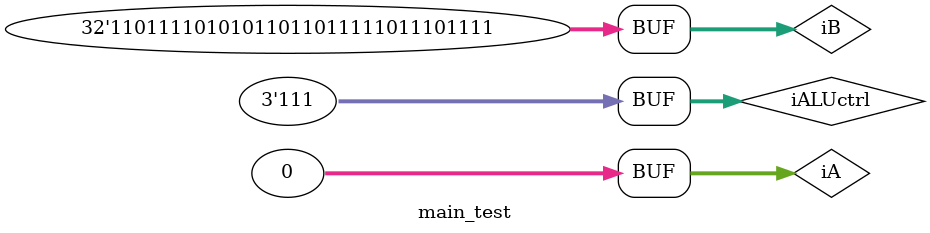
<source format=v>
`timescale 1ns / 1ps

module main_test;

   // Inputs
   reg [31:0] iB, iA;
   reg [2:0] iALUctrl;
   
   // Outputs
   wire [31:0] res;
   wire zero;
   
   // Instantiate the Unit Under Test (UUT)
    ALUexec uut(iA,
                iB,
                iALUctrl,
                res,
                zero);
   initial begin
   /// Initialize Inputs
    #10;
    iB = 32'hDEADBEEF;
    iA = 32'h0;
    #10;
    iALUctrl = 3'b010; // and
    #10;
    iALUctrl = 3'b110; // sub
    #10;
    iALUctrl = 3'b010; // add
    #10;
    iALUctrl = 3'b001; // or
    #10;
    iALUctrl = 3'b111; // slt
    #10;
   end


   initial begin
      $dumpfile("./vvp.out.vcd");
      $dumpvars;
   end

endmodule

</source>
